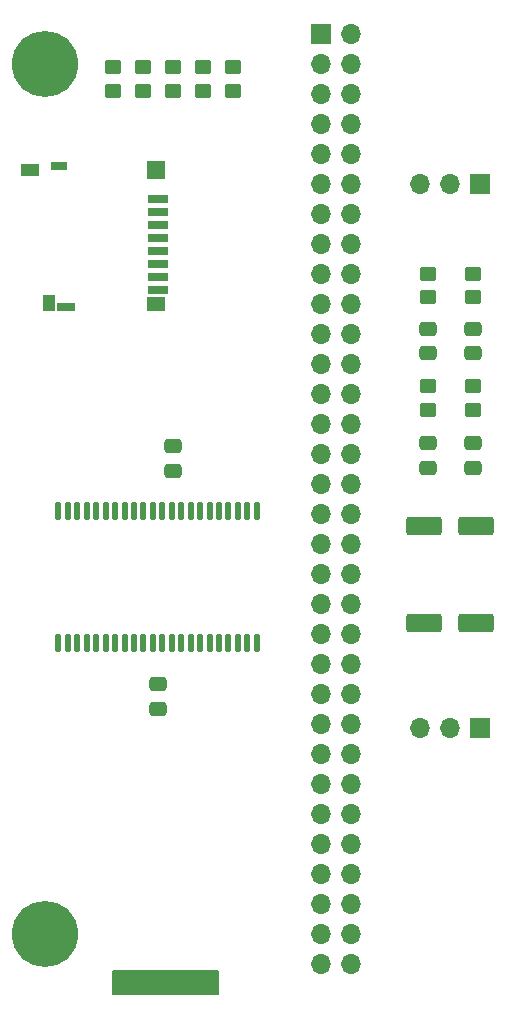
<source format=gbr>
%TF.GenerationSoftware,KiCad,Pcbnew,(6.0.4)*%
%TF.CreationDate,2022-04-07T10:44:55+02:00*%
%TF.ProjectId,srambrd,7372616d-6272-4642-9e6b-696361645f70,rev?*%
%TF.SameCoordinates,Original*%
%TF.FileFunction,Soldermask,Top*%
%TF.FilePolarity,Negative*%
%FSLAX46Y46*%
G04 Gerber Fmt 4.6, Leading zero omitted, Abs format (unit mm)*
G04 Created by KiCad (PCBNEW (6.0.4)) date 2022-04-07 10:44:55*
%MOMM*%
%LPD*%
G01*
G04 APERTURE LIST*
G04 Aperture macros list*
%AMRoundRect*
0 Rectangle with rounded corners*
0 $1 Rounding radius*
0 $2 $3 $4 $5 $6 $7 $8 $9 X,Y pos of 4 corners*
0 Add a 4 corners polygon primitive as box body*
4,1,4,$2,$3,$4,$5,$6,$7,$8,$9,$2,$3,0*
0 Add four circle primitives for the rounded corners*
1,1,$1+$1,$2,$3*
1,1,$1+$1,$4,$5*
1,1,$1+$1,$6,$7*
1,1,$1+$1,$8,$9*
0 Add four rect primitives between the rounded corners*
20,1,$1+$1,$2,$3,$4,$5,0*
20,1,$1+$1,$4,$5,$6,$7,0*
20,1,$1+$1,$6,$7,$8,$9,0*
20,1,$1+$1,$8,$9,$2,$3,0*%
G04 Aperture macros list end*
%ADD10C,0.150000*%
%ADD11RoundRect,0.250000X-0.450000X0.350000X-0.450000X-0.350000X0.450000X-0.350000X0.450000X0.350000X0*%
%ADD12RoundRect,0.250000X-1.250000X-0.550000X1.250000X-0.550000X1.250000X0.550000X-1.250000X0.550000X0*%
%ADD13R,1.700000X1.700000*%
%ADD14O,1.700000X1.700000*%
%ADD15RoundRect,0.250000X0.475000X-0.337500X0.475000X0.337500X-0.475000X0.337500X-0.475000X-0.337500X0*%
%ADD16C,5.600000*%
%ADD17RoundRect,0.137500X-0.137500X0.625000X-0.137500X-0.625000X0.137500X-0.625000X0.137500X0.625000X0*%
%ADD18RoundRect,0.250000X-0.475000X0.337500X-0.475000X-0.337500X0.475000X-0.337500X0.475000X0.337500X0*%
%ADD19R,1.750000X0.700000*%
%ADD20R,1.000000X1.450000*%
%ADD21R,1.550000X1.000000*%
%ADD22R,1.400000X0.800000*%
%ADD23R,1.500000X1.300000*%
%ADD24R,1.500000X0.800000*%
%ADD25R,1.500000X1.500000*%
G04 APERTURE END LIST*
D10*
X113665000Y-141605000D02*
X122555000Y-141605000D01*
X122555000Y-141605000D02*
X122555000Y-143510000D01*
X122555000Y-143510000D02*
X113665000Y-143510000D01*
X113665000Y-143510000D02*
X113665000Y-141605000D01*
G36*
X113665000Y-141605000D02*
G01*
X122555000Y-141605000D01*
X122555000Y-143510000D01*
X113665000Y-143510000D01*
X113665000Y-141605000D01*
G37*
D11*
%TO.C,R5*%
X113665000Y-65040000D03*
X113665000Y-67040000D03*
%TD*%
D12*
%TO.C,C7*%
X140040000Y-112123269D03*
X144440000Y-112123269D03*
%TD*%
D11*
%TO.C,R4*%
X116205000Y-65040000D03*
X116205000Y-67040000D03*
%TD*%
D13*
%TO.C,J3*%
X144780000Y-74930000D03*
D14*
X142240000Y-74930000D03*
X139700000Y-74930000D03*
%TD*%
D15*
%TO.C,C4*%
X140335000Y-89263269D03*
X140335000Y-87188269D03*
%TD*%
D16*
%TO.C,H1*%
X107950000Y-64770000D03*
%TD*%
D11*
%TO.C,R6*%
X144145000Y-82548269D03*
X144145000Y-84548269D03*
%TD*%
D13*
%TO.C,J4*%
X144780000Y-121013269D03*
D14*
X142240000Y-121013269D03*
X139700000Y-121013269D03*
%TD*%
D11*
%TO.C,R9*%
X140335000Y-92073269D03*
X140335000Y-94073269D03*
%TD*%
%TO.C,R1*%
X123825000Y-65040000D03*
X123825000Y-67040000D03*
%TD*%
D15*
%TO.C,C2*%
X118745000Y-99230000D03*
X118745000Y-97155000D03*
%TD*%
D17*
%TO.C,U1*%
X125875000Y-102616500D03*
X125075000Y-102616500D03*
X124275000Y-102616500D03*
X123475000Y-102616500D03*
X122675000Y-102616500D03*
X121875000Y-102616500D03*
X121075000Y-102616500D03*
X120275000Y-102616500D03*
X119475000Y-102616500D03*
X118675000Y-102616500D03*
X117875000Y-102616500D03*
X117075000Y-102616500D03*
X116275000Y-102616500D03*
X115475000Y-102616500D03*
X114675000Y-102616500D03*
X113875000Y-102616500D03*
X113075000Y-102616500D03*
X112275000Y-102616500D03*
X111475000Y-102616500D03*
X110675000Y-102616500D03*
X109875000Y-102616500D03*
X109075000Y-102616500D03*
X109075000Y-113791500D03*
X109875000Y-113791500D03*
X110675000Y-113791500D03*
X111475000Y-113791500D03*
X112275000Y-113791500D03*
X113075000Y-113791500D03*
X113875000Y-113791500D03*
X114675000Y-113791500D03*
X115475000Y-113791500D03*
X116275000Y-113791500D03*
X117075000Y-113791500D03*
X117875000Y-113791500D03*
X118675000Y-113791500D03*
X119475000Y-113791500D03*
X120275000Y-113791500D03*
X121075000Y-113791500D03*
X121875000Y-113791500D03*
X122675000Y-113791500D03*
X123475000Y-113791500D03*
X124275000Y-113791500D03*
X125075000Y-113791500D03*
X125875000Y-113791500D03*
%TD*%
D11*
%TO.C,R3*%
X118745000Y-65040000D03*
X118745000Y-67040000D03*
%TD*%
D18*
%TO.C,C1*%
X117475000Y-117305000D03*
X117475000Y-119380000D03*
%TD*%
D12*
%TO.C,C8*%
X140040000Y-103868269D03*
X144440000Y-103868269D03*
%TD*%
D15*
%TO.C,C6*%
X140335000Y-98958269D03*
X140335000Y-96883269D03*
%TD*%
D18*
%TO.C,C5*%
X144145000Y-96883269D03*
X144145000Y-98958269D03*
%TD*%
D11*
%TO.C,R7*%
X140335000Y-82548269D03*
X140335000Y-84548269D03*
%TD*%
D16*
%TO.C,H2*%
X107950000Y-138430000D03*
%TD*%
D18*
%TO.C,C3*%
X144145000Y-87188269D03*
X144145000Y-89263269D03*
%TD*%
D11*
%TO.C,R8*%
X144145000Y-92073269D03*
X144145000Y-94073269D03*
%TD*%
%TO.C,R2*%
X121285000Y-65040000D03*
X121285000Y-67040000D03*
%TD*%
D19*
%TO.C,J2*%
X117465000Y-76180000D03*
X117465000Y-77280000D03*
X117465000Y-78380000D03*
X117465000Y-79480000D03*
X117465000Y-80580000D03*
X117465000Y-81680000D03*
X117465000Y-82780000D03*
X117465000Y-83880000D03*
D20*
X108240000Y-85005000D03*
D21*
X106665000Y-73780000D03*
D22*
X109090000Y-73380000D03*
D23*
X117340000Y-85080000D03*
D24*
X109740000Y-85330000D03*
D25*
X117340000Y-73730000D03*
%TD*%
D13*
%TO.C,J1*%
X131298000Y-62225000D03*
D14*
X133838000Y-62225000D03*
X131298000Y-64765000D03*
X133838000Y-64765000D03*
X131298000Y-67305000D03*
X133838000Y-67305000D03*
X131298000Y-69845000D03*
X133838000Y-69845000D03*
X131298000Y-72385000D03*
X133838000Y-72385000D03*
X131298000Y-74925000D03*
X133838000Y-74925000D03*
X131298000Y-77465000D03*
X133838000Y-77465000D03*
X131298000Y-80005000D03*
X133838000Y-80005000D03*
X131298000Y-82545000D03*
X133838000Y-82545000D03*
X131298000Y-85085000D03*
X133838000Y-85085000D03*
X131298000Y-87625000D03*
X133838000Y-87625000D03*
X131298000Y-90165000D03*
X133838000Y-90165000D03*
X131298000Y-92705000D03*
X133838000Y-92705000D03*
X131298000Y-95245000D03*
X133838000Y-95245000D03*
X131298000Y-97785000D03*
X133838000Y-97785000D03*
X131298000Y-100325000D03*
X133838000Y-100325000D03*
X131298000Y-102865000D03*
X133838000Y-102865000D03*
X131298000Y-105405000D03*
X133838000Y-105405000D03*
X131298000Y-107945000D03*
X133838000Y-107945000D03*
X131298000Y-110485000D03*
X133838000Y-110485000D03*
X131298000Y-113025000D03*
X133838000Y-113025000D03*
X131298000Y-115565000D03*
X133838000Y-115565000D03*
X131298000Y-118105000D03*
X133838000Y-118105000D03*
X131298000Y-120645000D03*
X133838000Y-120645000D03*
X131298000Y-123185000D03*
X133838000Y-123185000D03*
X131298000Y-125725000D03*
X133838000Y-125725000D03*
X131298000Y-128265000D03*
X133838000Y-128265000D03*
X131298000Y-130805000D03*
X133838000Y-130805000D03*
X131298000Y-133345000D03*
X133838000Y-133345000D03*
X131298000Y-135885000D03*
X133838000Y-135885000D03*
X131298000Y-138425000D03*
X133838000Y-138425000D03*
X131298000Y-140965000D03*
X133838000Y-140965000D03*
%TD*%
M02*

</source>
